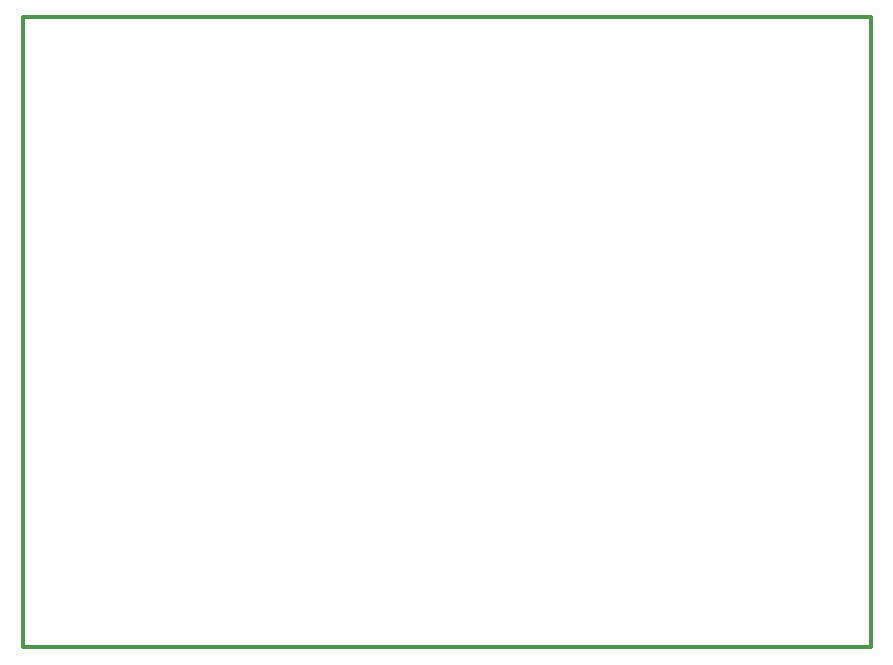
<source format=gbp>
G75*
%MOIN*%
%OFA0B0*%
%FSLAX24Y24*%
%IPPOS*%
%LPD*%
%AMOC8*
5,1,8,0,0,1.08239X$1,22.5*
%
%ADD10C,0.0120*%
D10*
X006252Y000160D02*
X006252Y021160D01*
X034502Y021160D01*
X034502Y000160D01*
X006252Y000160D01*
M02*

</source>
